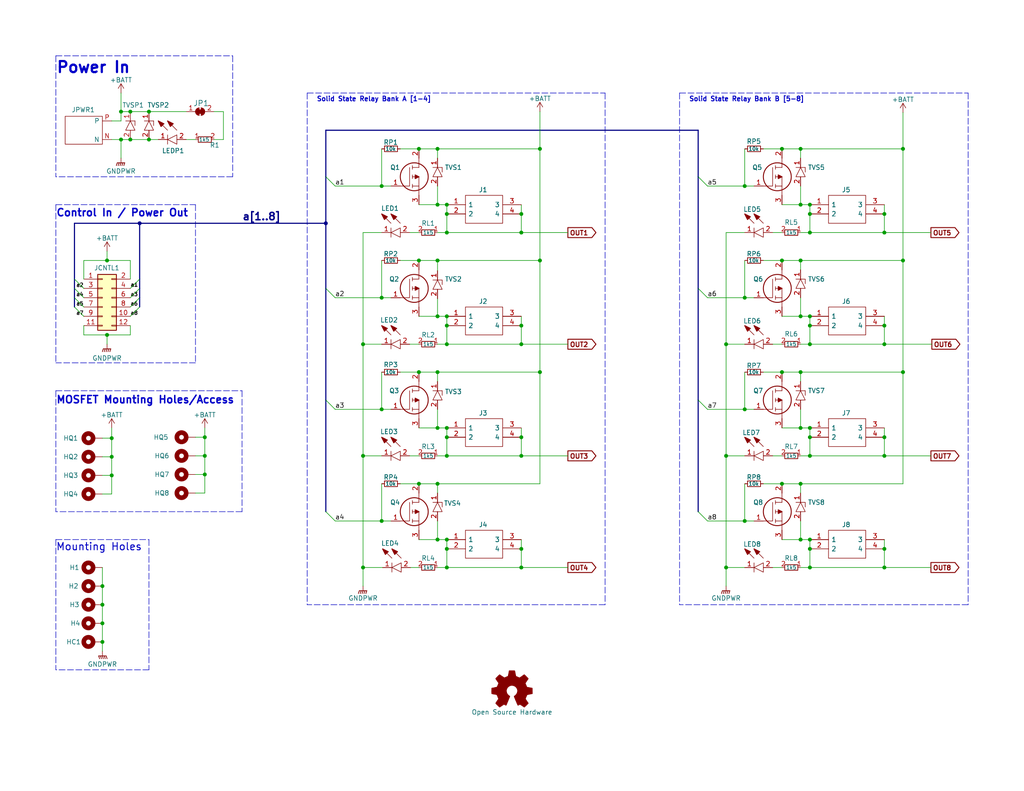
<source format=kicad_sch>
(kicad_sch (version 20211123) (generator eeschema)
  (paper "USLetter")
  (title_block (title "Solid State Relays 24V") (date "2022-07-13") (rev "0.0.10") (comment 2 "creativecommons.org/licenses/by/4.0/") (comment 3 "License: CC By 4.0") (comment 4 "Author: Michael Cummings"))
  (lib_symbols
    (symbol "Connector_Generic:Conn_02x06_Odd_Even" (pin_names (offset 1.016) hide)
      (property "Reference" "JCNTL1" (at -2.286 8.128 0))
      (symbol "Conn_02x06_Odd_Even_1_1"
        (pin power_in line (at -5.08 5.08 0) (length 3.81) (name "Pin_1") (number "1"))
        (pin open_collector line (at 7.62 -5.08 180) (length 3.81) (name "Pin_10") (number "10"))
        (pin power_in line (at -5.08 -7.62 0) (length 3.81) (name "Pin_11") (number "11"))
        (pin power_in line (at 7.62 -7.62 180) (length 3.81) (name "Pin_12") (number "12"))
        (pin power_in line (at 7.62 5.08 180) (length 3.81) (name "Pin_2") (number "2"))
        (pin open_collector line (at -5.08 2.54 0) (length 3.81) (name "Pin_3") (number "3"))
        (pin open_collector line (at 7.62 2.54 180) (length 3.81) (name "Pin_4") (number "4"))
        (pin open_collector line (at -5.08 0 0) (length 3.81) (name "Pin_5") (number "5"))
        (pin open_collector line (at 7.62 0 180) (length 3.81) (name "Pin_6") (number "6"))
        (pin open_collector line (at -5.08 -2.54 0) (length 3.81) (name "Pin_7") (number "7"))
        (pin open_collector line (at 7.62 -2.54 180) (length 3.81) (name "Pin_8") (number "8"))
        (pin open_collector line (at -5.08 -5.08 0) (length 3.81) (name "Pin_9") (number "9"))
      )
    )
    (symbol "Device:R_Small" (pin_numbers hide) (pin_names (offset 0.254) hide)
      (property "Reference" "R" (at 0.762 0.508 0))
      (property "Value" "R_Small" (at 0.762 -1.016 0))
      (symbol "R_Small_1_1"
        (pin passive line (at 0 2.54 270) (length 0.762) (name "~") (number "1"))
        (pin passive line (at 0 -2.54 90) (length 0.762) (name "~") (number "2"))
      )
    )
    (symbol "Graphic:Logo_Open_Hardware_Small" (pin_names (offset 1.016)))
    (symbol "Jumper:SolderJumper_2_Bridged" (pin_names (offset 0) hide)
      (property "Reference" "JP" (at 0 2.032 0))
      (property "Value" "SolderJumper_2_Bridged" (at 0 -2.54 0))
      (symbol "SolderJumper_2_Bridged_1_1"
        (pin passive line (at -3.81 0 0) (length 2.54) (name "A") (number "1"))
        (pin passive line (at 3.81 0 180) (length 2.54) (name "B") (number "2"))
      )
    )
    (symbol "Mechanical:MountingHole_Pad" (pin_numbers hide) (pin_names (offset 1.016) hide)
      (property "Reference" "H" (at 0 6.35 0))
      (property "Value" "MountingHole_Pad" (at 0 4.445 0))
      (symbol "MountingHole_Pad_1_1"
        (pin input line (at 0 -2.54 90) (length 2.54) (name "1") (number "1"))
      )
    )
    (symbol "dragon_mobile:1190297" (pin_names (offset 0.762))
      (property "Reference" "J" (at 5.08 6.35 0))
      (property "Value" "1190297" (at 5.08 3.81 0))
      (symbol "1190297_0_0"
        (pin passive line (at 0 0 0) (length 5.08) (name "1") (number "1"))
        (pin passive line (at 0 -2.54 0) (length 5.08) (name "2") (number "2"))
        (pin passive line (at 20.32 0 180) (length 5.08) (name "3") (number "3"))
        (pin passive line (at 20.32 -2.54 180) (length 5.08) (name "4") (number "4"))
      )
    )
    (symbol "dragon_mobile:IRF4905PBF" (pin_names (offset 0.762))
      (property "Reference" "Q" (at 11.43 3.81 0))
      (property "Value" "IRF4905PBF" (at 11.43 1.27 0))
      (symbol "IRF4905PBF_0_0"
        (pin passive line (at 0 0 0) (length 2.54) (name "~") (number "1"))
        (pin passive line (at 7.62 10.16 270) (length 2.54) (name "~") (number "2"))
        (pin passive line (at 7.62 -5.08 90) (length 2.54) (name "~") (number "3"))
      )
    )
    (symbol "dragon_mobile:LTST-C190KFKT" (pin_names (offset 0.762))
      (property "Reference" "LED" (at 0 7.62 0))
      (property "Value" "LTST-C190KFKT" (at 0 5.08 0))
      (symbol "LTST-C190KFKT_0_0"
        (pin passive line (at 0 0 0) (length 2.54) (name "~") (number "1"))
        (pin passive line (at 7.62 0 180) (length 2.54) (name "~") (number "2"))
      )
    )
    (symbol "dragon_mobile:LTST-C190KGKT" (pin_names (offset 0.762))
      (property "Reference" "LED" (at 0 7.62 0))
      (property "Value" "LTST-C190KGKT" (at 0 5.08 0))
      (symbol "LTST-C190KGKT_0_0"
        (pin passive line (at 0 0 0) (length 2.54) (name "~") (number "1"))
        (pin passive line (at 7.62 0 180) (length 2.54) (name "~") (number "2"))
      )
    )
    (symbol "dragon_mobile:SDR10EZPJ152" (pin_names (offset 0.762))
      (property "Reference" "R" (at 2.54 1.27 0))
      (property "Value" "SDR10EZPJ152" (at 2.54 -1.27 0))
      (symbol "SDR10EZPJ152_1_1"
        (pin passive line (at 0.762 2.032 270) (length 0.762) (name "~") (number "1"))
        (pin passive line (at 0.762 -3.048 90) (length 0.762) (name "~") (number "2"))
      )
    )
    (symbol "dragon_mobile:SM6T30AY" (pin_names (offset 0.762))
      (property "Reference" "D" (at 0 5.08 0))
      (property "Value" "SM6T30AY" (at 0 2.54 0))
      (symbol "SM6T30AY_0_0"
        (pin passive line (at 0 0 0) (length 2.54) (name "~") (number "1"))
        (pin passive line (at 7.62 0 180) (length 2.54) (name "~") (number "2"))
      )
    )
    (symbol "dragon_mobile:XT60PW-M" (pin_names (offset 0.762))
      (property "Reference" "J" (at -5.08 7.62 0))
      (symbol "XT60PW-M_0_0"
        (pin power_out line (at 7.62 -2.54 180) (length 2.54) (name "N") (number "N"))
        (pin power_out line (at 7.62 2.54 180) (length 2.54) (name "P") (number "P"))
      )
    )
    (symbol "power:+BATT" (power) (pin_names (offset 0))
      (property "Value" "+BATT" (at 0 3.556 0))
      (symbol "+BATT_1_1"
        (pin power_in line (at 0 0 90) (length 0) hide (name "+BATT") (number "1"))
      )
    )
    (symbol "power:GNDPWR" (power) (pin_names (offset 0))
      (property "Value" "GNDPWR" (at 0 -3.302 0))
      (symbol "GNDPWR_1_1"
        (pin power_in line (at 0 0 270) (length 0) hide (name "GNDPWR") (number "1"))
      )
    )
  )
  (junction (at 121.92 93.98))
  (junction (at 121.92 154.94))
  (junction (at 30.48 119.634))
  (junction (at 203.2 142.24))
  (junction (at 121.92 116.84))
  (junction (at 114.3 132.08))
  (junction (at 220.98 116.84))
  (junction (at 246.38 40.64))
  (junction (at 119.38 55.88))
  (junction (at 121.92 124.46))
  (junction (at 241.3 88.9))
  (junction (at 241.3 93.98))
  (junction (at 40.64 38.1))
  (junction (at 121.92 55.88))
  (junction (at 119.38 86.36))
  (junction (at 121.92 58.42))
  (junction (at 218.44 55.88))
  (junction (at 119.38 40.64))
  (junction (at 218.44 147.32))
  (junction (at 119.38 147.32))
  (junction (at 29.21 71.12))
  (junction (at 119.38 71.12))
  (junction (at 104.14 50.8))
  (junction (at 33.02 38.1))
  (junction (at 220.98 119.38))
  (junction (at 33.02 30.48))
  (junction (at 218.44 101.6))
  (junction (at 30.48 124.714))
  (junction (at 203.2 50.8))
  (junction (at 220.98 88.9))
  (junction (at 203.2 81.28))
  (junction (at 198.12 154.94))
  (junction (at 27.94 170.18))
  (junction (at 220.98 58.42))
  (junction (at 213.36 40.64))
  (junction (at 121.92 63.5))
  (junction (at 121.92 86.36))
  (junction (at 241.3 124.46))
  (junction (at 218.44 132.08))
  (junction (at 220.98 55.88))
  (junction (at 142.24 124.46))
  (junction (at 147.32 101.6))
  (junction (at 142.24 93.98))
  (junction (at 147.32 40.64))
  (junction (at 119.38 116.84))
  (junction (at 142.24 149.86))
  (junction (at 220.98 63.5))
  (junction (at 213.36 71.12))
  (junction (at 198.12 93.98))
  (junction (at 99.06 154.94))
  (junction (at 246.38 71.12))
  (junction (at 119.38 101.6))
  (junction (at 99.06 93.98))
  (junction (at 27.94 165.1))
  (junction (at 241.3 63.5))
  (junction (at 142.24 88.9))
  (junction (at 218.44 71.12))
  (junction (at 220.98 124.46))
  (junction (at 114.3 40.64))
  (junction (at 220.98 149.86))
  (junction (at 38.1 60.96))
  (junction (at 213.36 101.6))
  (junction (at 142.24 154.94))
  (junction (at 114.3 71.12))
  (junction (at 121.92 149.86))
  (junction (at 121.92 88.9))
  (junction (at 213.36 132.08))
  (junction (at 35.56 30.48))
  (junction (at 241.3 154.94))
  (junction (at 35.56 38.1))
  (junction (at 29.21 91.44))
  (junction (at 121.92 119.38))
  (junction (at 55.88 119.38))
  (junction (at 104.14 111.76))
  (junction (at 147.32 71.12))
  (junction (at 241.3 58.42))
  (junction (at 40.64 30.48))
  (junction (at 104.14 81.28))
  (junction (at 121.92 147.32))
  (junction (at 241.3 119.38))
  (junction (at 241.3 149.86))
  (junction (at 55.88 129.54))
  (junction (at 198.12 124.46))
  (junction (at 88.9 60.96))
  (junction (at 203.2 111.76))
  (junction (at 246.38 101.6))
  (junction (at 218.44 86.36))
  (junction (at 114.3 101.6))
  (junction (at 142.24 119.38))
  (junction (at 220.98 147.32))
  (junction (at 142.24 58.42))
  (junction (at 142.24 63.5))
  (junction (at 99.06 124.46))
  (junction (at 119.38 132.08))
  (junction (at 55.88 124.46))
  (junction (at 30.48 129.794))
  (junction (at 104.14 142.24))
  (junction (at 27.94 175.26))
  (junction (at 220.98 86.36))
  (junction (at 220.98 93.98))
  (junction (at 218.44 116.84))
  (junction (at 220.98 154.94))
  (junction (at 27.94 160.02))
  (junction (at 218.44 40.64))
  (bus_entry (at 91.44 50.8) (size -2.54 -2.54))
  (bus_entry (at 91.44 81.28) (size -2.54 -2.54))
  (bus_entry (at 91.44 111.76) (size -2.54 -2.54))
  (bus_entry (at 91.44 142.24) (size -2.54 -2.54))
  (bus_entry (at 20.32 83.82) (size 2.54 2.54))
  (bus_entry (at 20.32 78.74) (size 2.54 2.54))
  (bus_entry (at 20.32 81.28) (size 2.54 2.54))
  (bus_entry (at 20.32 76.2) (size 2.54 2.54))
  (bus_entry (at 35.56 78.74) (size 2.54 -2.54))
  (bus_entry (at 35.56 86.36) (size 2.54 -2.54))
  (bus_entry (at 35.56 81.28) (size 2.54 -2.54))
  (bus_entry (at 35.56 83.82) (size 2.54 -2.54))
  (bus_entry (at 193.04 50.8) (size -2.54 -2.54))
  (bus_entry (at 193.04 142.24) (size -2.54 -2.54))
  (bus_entry (at 193.04 111.76) (size -2.54 -2.54))
  (bus_entry (at 193.04 81.28) (size -2.54 -2.54))
  (wire (pts (xy 121.92 63.5) (xy 121.92 58.42)))
  (wire (pts (xy 30.48 119.634) (xy 27.94 119.634)))
  (wire (pts (xy 142.24 58.42) (xy 142.24 63.5)))
  (wire (pts (xy 119.38 40.64) (xy 147.32 40.64)))
  (wire (pts (xy 104.14 93.98) (xy 99.06 93.98)))
  (wire (pts (xy 218.44 40.64) (xy 218.44 43.18)))
  (wire (pts (xy 203.2 132.08) (xy 203.2 142.24)))
  (polyline (pts (xy 15.24 147.32) (xy 40.64 147.32)))
  (wire (pts (xy 203.2 50.8) (xy 205.74 50.8)))
  (wire (pts (xy 119.38 111.76) (xy 119.38 116.84)))
  (wire (pts (xy 121.92 124.46) (xy 119.38 124.46)))
  (wire (pts (xy 154.94 154.94) (xy 142.24 154.94)))
  (polyline (pts (xy 15.24 106.68) (xy 15.24 139.7)))
  (bus (pts (xy 38.1 81.28) (xy 38.1 83.82)))
  (wire (pts (xy 99.06 154.94) (xy 99.06 160.02)))
  (wire (pts (xy 119.38 55.88) (xy 114.3 55.88)))
  (wire (pts (xy 213.36 86.36) (xy 218.44 86.36)))
  (wire (pts (xy 58.42 38.1) (xy 60.96 38.1)))
  (wire (pts (xy 218.44 116.84) (xy 213.36 116.84)))
  (wire (pts (xy 198.12 93.98) (xy 198.12 124.46)))
  (polyline (pts (xy 66.04 106.68) (xy 66.04 139.7)))
  (wire (pts (xy 218.44 132.08) (xy 218.44 134.62)))
  (bus (pts (xy 88.9 109.22) (xy 88.9 139.7)))
  (wire (pts (xy 198.12 154.94) (xy 198.12 160.02)))
  (polyline (pts (xy 83.82 25.4) (xy 83.82 165.1)))
  (wire (pts (xy 119.38 81.534) (xy 119.38 86.36)))
  (wire (pts (xy 241.3 93.98) (xy 220.98 93.98)))
  (wire (pts (xy 121.92 154.94) (xy 121.92 149.86)))
  (wire (pts (xy 246.38 101.6) (xy 246.38 132.08)))
  (bus (pts (xy 20.32 76.2) (xy 20.32 60.96)))
  (wire (pts (xy 142.24 149.86) (xy 142.24 154.94)))
  (wire (pts (xy 33.02 30.48) (xy 33.02 33.02)))
  (wire (pts (xy 193.04 50.8) (xy 203.2 50.8)))
  (polyline (pts (xy 63.5 15.24) (xy 63.5 48.26)))
  (wire (pts (xy 142.24 88.9) (xy 142.24 93.98)))
  (wire (pts (xy 218.44 132.08) (xy 246.38 132.08)))
  (wire (pts (xy 50.8 38.1) (xy 53.34 38.1)))
  (wire (pts (xy 142.24 124.46) (xy 121.92 124.46)))
  (wire (pts (xy 119.38 132.08) (xy 147.32 132.08)))
  (wire (pts (xy 114.3 40.64) (xy 119.38 40.64)))
  (wire (pts (xy 99.06 93.98) (xy 99.06 124.46)))
  (wire (pts (xy 218.44 111.76) (xy 218.44 116.84)))
  (wire (pts (xy 27.94 170.18) (xy 27.94 175.26)))
  (wire (pts (xy 104.14 101.6) (xy 104.14 111.76)))
  (wire (pts (xy 142.24 86.36) (xy 142.24 88.9)))
  (wire (pts (xy 33.02 30.48) (xy 35.56 30.48)))
  (wire (pts (xy 220.98 147.32) (xy 218.44 147.32)))
  (wire (pts (xy 121.92 86.36) (xy 121.92 88.9)))
  (wire (pts (xy 220.98 154.94) (xy 220.98 149.86)))
  (wire (pts (xy 114.3 132.08) (xy 119.38 132.08)))
  (wire (pts (xy 213.36 71.12) (xy 218.44 71.12)))
  (wire (pts (xy 246.38 71.12) (xy 246.38 101.6)))
  (wire (pts (xy 220.98 147.32) (xy 220.98 149.86)))
  (bus (pts (xy 20.32 60.96) (xy 38.1 60.96)))
  (wire (pts (xy 114.3 63.5) (xy 111.76 63.5)))
  (wire (pts (xy 55.88 119.38) (xy 53.34 119.38)))
  (wire (pts (xy 119.38 40.64) (xy 119.38 43.18)))
  (polyline (pts (xy 15.24 106.68) (xy 66.04 106.68)))
  (wire (pts (xy 142.24 55.88) (xy 142.24 58.42)))
  (wire (pts (xy 218.44 81.28) (xy 218.44 86.36)))
  (wire (pts (xy 109.22 71.12) (xy 114.3 71.12)))
  (wire (pts (xy 203.2 63.5) (xy 198.12 63.5)))
  (bus (pts (xy 38.1 60.96) (xy 88.9 60.96)))
  (wire (pts (xy 198.12 124.46) (xy 198.12 154.94)))
  (wire (pts (xy 29.21 68.58) (xy 29.21 71.12)))
  (wire (pts (xy 218.44 101.6) (xy 246.38 101.6)))
  (wire (pts (xy 218.44 50.8) (xy 218.44 55.88)))
  (polyline (pts (xy 264.16 25.4) (xy 264.16 165.1)))
  (wire (pts (xy 99.06 63.5) (xy 99.06 93.98)))
  (wire (pts (xy 193.04 81.28) (xy 203.2 81.28)))
  (wire (pts (xy 147.32 30.48) (xy 147.32 40.64)))
  (wire (pts (xy 208.28 71.12) (xy 213.36 71.12)))
  (wire (pts (xy 241.3 147.32) (xy 241.3 149.86)))
  (wire (pts (xy 40.64 38.1) (xy 43.18 38.1)))
  (wire (pts (xy 203.2 71.12) (xy 203.2 81.28)))
  (wire (pts (xy 218.44 142.24) (xy 218.44 147.32)))
  (wire (pts (xy 142.24 63.5) (xy 121.92 63.5)))
  (wire (pts (xy 35.56 71.12) (xy 29.21 71.12)))
  (wire (pts (xy 55.88 116.84) (xy 55.88 119.38)))
  (wire (pts (xy 241.3 88.9) (xy 241.3 93.98)))
  (polyline (pts (xy 66.04 139.7) (xy 15.24 139.7)))
  (wire (pts (xy 109.22 40.64) (xy 114.3 40.64)))
  (wire (pts (xy 99.06 124.46) (xy 99.06 154.94)))
  (polyline (pts (xy 15.24 15.24) (xy 15.24 48.26)))
  (wire (pts (xy 218.44 55.88) (xy 213.36 55.88)))
  (wire (pts (xy 218.44 71.12) (xy 218.44 73.66)))
  (wire (pts (xy 241.3 58.42) (xy 241.3 63.5)))
  (wire (pts (xy 60.96 38.1) (xy 60.96 30.48)))
  (polyline (pts (xy 165.1 165.1) (xy 83.82 165.1)))
  (wire (pts (xy 218.44 147.32) (xy 213.36 147.32)))
  (wire (pts (xy 33.02 38.1) (xy 35.56 38.1)))
  (wire (pts (xy 27.94 124.714) (xy 30.48 124.714)))
  (wire (pts (xy 203.2 101.6) (xy 203.2 111.76)))
  (bus (pts (xy 190.5 35.56) (xy 190.5 48.26)))
  (polyline (pts (xy 15.24 55.88) (xy 53.34 55.88)))
  (wire (pts (xy 254 63.5) (xy 241.3 63.5)))
  (wire (pts (xy 22.86 91.44) (xy 22.86 88.9)))
  (polyline (pts (xy 15.24 15.24) (xy 63.5 15.24)))
  (wire (pts (xy 33.02 33.02) (xy 30.48 33.02)))
  (wire (pts (xy 213.36 101.6) (xy 218.44 101.6)))
  (wire (pts (xy 119.38 50.8) (xy 119.38 55.88)))
  (wire (pts (xy 33.02 25.4) (xy 33.02 30.48)))
  (wire (pts (xy 121.92 55.88) (xy 119.38 55.88)))
  (wire (pts (xy 114.3 124.46) (xy 111.76 124.46)))
  (wire (pts (xy 241.3 124.46) (xy 220.98 124.46)))
  (polyline (pts (xy 53.34 99.06) (xy 15.24 99.06)))
  (bus (pts (xy 38.1 76.2) (xy 38.1 78.74)))
  (wire (pts (xy 30.48 116.84) (xy 30.48 119.634)))
  (bus (pts (xy 20.32 83.82) (xy 20.32 81.28)))
  (wire (pts (xy 220.98 154.94) (xy 218.44 154.94)))
  (polyline (pts (xy 53.34 55.88) (xy 53.34 99.06)))
  (wire (pts (xy 246.38 30.734) (xy 246.38 40.64)))
  (wire (pts (xy 121.92 93.98) (xy 119.38 93.98)))
  (wire (pts (xy 55.88 134.62) (xy 55.88 129.54)))
  (wire (pts (xy 114.3 71.12) (xy 119.38 71.12)))
  (wire (pts (xy 53.34 134.62) (xy 55.88 134.62)))
  (wire (pts (xy 55.88 124.46) (xy 55.88 119.38)))
  (wire (pts (xy 53.34 124.46) (xy 55.88 124.46)))
  (wire (pts (xy 246.38 71.12) (xy 246.38 40.64)))
  (wire (pts (xy 29.21 91.44) (xy 29.21 93.98)))
  (wire (pts (xy 198.12 63.5) (xy 198.12 93.98)))
  (polyline (pts (xy 185.42 25.4) (xy 264.16 25.4)))
  (polyline (pts (xy 63.5 48.26) (xy 15.24 48.26)))
  (wire (pts (xy 203.2 142.24) (xy 205.74 142.24)))
  (bus (pts (xy 190.5 109.22) (xy 190.5 139.7)))
  (wire (pts (xy 91.44 81.28) (xy 104.14 81.28)))
  (wire (pts (xy 91.44 111.76) (xy 104.14 111.76)))
  (wire (pts (xy 60.96 30.48) (xy 58.42 30.48)))
  (wire (pts (xy 147.32 71.12) (xy 147.32 101.6)))
  (wire (pts (xy 220.98 124.46) (xy 218.44 124.46)))
  (wire (pts (xy 220.98 55.88) (xy 218.44 55.88)))
  (wire (pts (xy 241.3 63.5) (xy 220.98 63.5)))
  (wire (pts (xy 29.21 91.44) (xy 22.86 91.44)))
  (wire (pts (xy 213.36 124.46) (xy 210.82 124.46)))
  (wire (pts (xy 35.56 88.9) (xy 35.56 91.44)))
  (wire (pts (xy 104.14 111.76) (xy 106.68 111.76)))
  (wire (pts (xy 241.3 116.84) (xy 241.3 119.38)))
  (wire (pts (xy 104.14 124.46) (xy 99.06 124.46)))
  (wire (pts (xy 121.92 147.32) (xy 119.38 147.32)))
  (polyline (pts (xy 165.1 25.4) (xy 165.1 165.1)))
  (wire (pts (xy 254 154.94) (xy 241.3 154.94)))
  (wire (pts (xy 121.92 147.32) (xy 121.92 149.86)))
  (wire (pts (xy 142.24 119.38) (xy 142.24 124.46)))
  (bus (pts (xy 88.9 35.56) (xy 190.5 35.56)))
  (wire (pts (xy 154.94 93.98) (xy 142.24 93.98)))
  (wire (pts (xy 213.36 93.98) (xy 210.82 93.98)))
  (wire (pts (xy 35.56 30.48) (xy 40.64 30.48)))
  (wire (pts (xy 121.92 124.46) (xy 121.92 119.38)))
  (wire (pts (xy 220.98 93.98) (xy 218.44 93.98)))
  (wire (pts (xy 30.48 129.794) (xy 30.48 124.714)))
  (wire (pts (xy 218.44 40.64) (xy 246.38 40.64)))
  (wire (pts (xy 109.22 132.08) (xy 114.3 132.08)))
  (bus (pts (xy 38.1 78.74) (xy 38.1 81.28)))
  (wire (pts (xy 121.92 55.88) (xy 121.92 58.42)))
  (wire (pts (xy 119.38 147.32) (xy 114.3 147.32)))
  (wire (pts (xy 119.38 101.6) (xy 119.38 104.14)))
  (wire (pts (xy 203.2 154.94) (xy 198.12 154.94)))
  (wire (pts (xy 35.56 76.2) (xy 35.56 71.12)))
  (wire (pts (xy 203.2 124.46) (xy 198.12 124.46)))
  (wire (pts (xy 119.38 116.84) (xy 114.3 116.84)))
  (wire (pts (xy 154.94 124.46) (xy 142.24 124.46)))
  (wire (pts (xy 114.3 101.6) (xy 119.38 101.6)))
  (wire (pts (xy 213.36 132.08) (xy 218.44 132.08)))
  (wire (pts (xy 220.98 116.84) (xy 218.44 116.84)))
  (wire (pts (xy 208.28 132.08) (xy 213.36 132.08)))
  (wire (pts (xy 30.48 124.714) (xy 30.48 119.634)))
  (wire (pts (xy 203.2 40.64) (xy 203.2 50.8)))
  (wire (pts (xy 55.88 129.54) (xy 55.88 124.46)))
  (bus (pts (xy 190.5 48.26) (xy 190.5 78.74)))
  (wire (pts (xy 220.98 93.98) (xy 220.98 88.9)))
  (wire (pts (xy 104.14 132.08) (xy 104.14 142.24)))
  (wire (pts (xy 218.44 101.6) (xy 218.44 104.14)))
  (wire (pts (xy 203.2 111.76) (xy 205.74 111.76)))
  (wire (pts (xy 220.98 55.88) (xy 220.98 58.42)))
  (wire (pts (xy 53.34 129.54) (xy 55.88 129.54)))
  (polyline (pts (xy 15.24 55.88) (xy 15.24 99.06)))
  (wire (pts (xy 121.92 86.36) (xy 119.38 86.36)))
  (wire (pts (xy 29.21 71.12) (xy 22.86 71.12)))
  (polyline (pts (xy 40.64 182.88) (xy 15.24 182.88)))
  (wire (pts (xy 27.94 129.794) (xy 30.48 129.794)))
  (wire (pts (xy 220.98 86.36) (xy 220.98 88.9)))
  (wire (pts (xy 220.98 63.5) (xy 218.44 63.5)))
  (wire (pts (xy 119.38 132.08) (xy 119.38 134.62)))
  (wire (pts (xy 121.92 116.84) (xy 119.38 116.84)))
  (wire (pts (xy 33.02 38.1) (xy 30.48 38.1)))
  (bus (pts (xy 88.9 48.26) (xy 88.9 60.96)))
  (wire (pts (xy 241.3 154.94) (xy 220.98 154.94)))
  (wire (pts (xy 254 124.46) (xy 241.3 124.46)))
  (bus (pts (xy 20.32 78.74) (xy 20.32 76.2)))
  (polyline (pts (xy 264.16 165.1) (xy 185.42 165.1)))
  (wire (pts (xy 121.92 63.5) (xy 119.38 63.5)))
  (wire (pts (xy 208.28 40.64) (xy 213.36 40.64)))
  (wire (pts (xy 104.14 71.12) (xy 104.14 81.28)))
  (wire (pts (xy 121.92 93.98) (xy 121.92 88.9)))
  (wire (pts (xy 109.22 101.6) (xy 114.3 101.6)))
  (wire (pts (xy 203.2 81.28) (xy 205.74 81.28)))
  (wire (pts (xy 104.14 40.64) (xy 104.14 50.8)))
  (polyline (pts (xy 15.24 147.32) (xy 15.24 182.88)))
  (wire (pts (xy 208.28 101.6) (xy 213.36 101.6)))
  (wire (pts (xy 241.3 119.38) (xy 241.3 124.46)))
  (wire (pts (xy 147.32 71.12) (xy 147.32 40.64)))
  (wire (pts (xy 119.38 101.6) (xy 147.32 101.6)))
  (polyline (pts (xy 40.64 147.32) (xy 40.64 182.88)))
  (bus (pts (xy 20.32 81.28) (xy 20.32 78.74)))
  (wire (pts (xy 154.94 63.5) (xy 142.24 63.5)))
  (polyline (pts (xy 83.82 25.4) (xy 165.1 25.4)))
  (wire (pts (xy 30.48 134.874) (xy 30.48 129.794)))
  (bus (pts (xy 190.5 78.74) (xy 190.5 109.22)))
  (bus (pts (xy 38.1 60.96) (xy 38.1 76.2)))
  (wire (pts (xy 27.94 165.1) (xy 27.94 170.18)))
  (wire (pts (xy 119.38 86.36) (xy 114.3 86.36)))
  (wire (pts (xy 27.94 134.874) (xy 30.48 134.874)))
  (wire (pts (xy 91.44 142.24) (xy 104.14 142.24)))
  (wire (pts (xy 142.24 116.84) (xy 142.24 119.38)))
  (wire (pts (xy 119.38 71.12) (xy 147.32 71.12)))
  (wire (pts (xy 27.94 175.26) (xy 27.94 177.8)))
  (wire (pts (xy 104.14 63.5) (xy 99.06 63.5)))
  (wire (pts (xy 193.04 142.24) (xy 203.2 142.24)))
  (wire (pts (xy 220.98 116.84) (xy 220.98 119.38)))
  (wire (pts (xy 213.36 63.5) (xy 210.82 63.5)))
  (bus (pts (xy 88.9 35.56) (xy 88.9 48.26)))
  (wire (pts (xy 27.94 154.94) (xy 27.94 160.02)))
  (polyline (pts (xy 185.42 25.4) (xy 185.42 165.1)))
  (wire (pts (xy 254.254 93.98) (xy 241.3 93.98)))
  (wire (pts (xy 241.3 55.88) (xy 241.3 58.42)))
  (wire (pts (xy 91.44 50.8) (xy 104.14 50.8)))
  (wire (pts (xy 119.38 154.94) (xy 121.92 154.94)))
  (wire (pts (xy 119.38 142.24) (xy 119.38 147.32)))
  (wire (pts (xy 203.2 93.98) (xy 198.12 93.98)))
  (wire (pts (xy 35.56 38.1) (xy 40.64 38.1)))
  (wire (pts (xy 220.98 124.46) (xy 220.98 119.38)))
  (bus (pts (xy 88.9 60.96) (xy 88.9 78.74)))
  (wire (pts (xy 147.32 101.6) (xy 147.32 132.08)))
  (wire (pts (xy 193.04 111.76) (xy 203.2 111.76)))
  (wire (pts (xy 104.394 154.94) (xy 99.06 154.94)))
  (wire (pts (xy 119.38 71.12) (xy 119.38 73.914)))
  (wire (pts (xy 33.02 43.18) (xy 33.02 38.1)))
  (wire (pts (xy 241.3 86.36) (xy 241.3 88.9)))
  (wire (pts (xy 22.86 71.12) (xy 22.86 76.2)))
  (wire (pts (xy 218.44 86.36) (xy 220.98 86.36)))
  (wire (pts (xy 27.94 160.02) (xy 27.94 165.1)))
  (wire (pts (xy 114.3 93.98) (xy 111.76 93.98)))
  (wire (pts (xy 220.98 63.5) (xy 220.98 58.42)))
  (wire (pts (xy 218.44 71.12) (xy 246.38 71.12)))
  (wire (pts (xy 40.64 30.48) (xy 50.8 30.48)))
  (wire (pts (xy 104.14 81.28) (xy 106.68 81.28)))
  (wire (pts (xy 121.92 116.84) (xy 121.92 119.38)))
  (wire (pts (xy 142.24 147.32) (xy 142.24 149.86)))
  (wire (pts (xy 104.14 142.24) (xy 106.68 142.24)))
  (wire (pts (xy 241.3 149.86) (xy 241.3 154.94)))
  (wire (pts (xy 104.14 50.8) (xy 106.68 50.8)))
  (wire (pts (xy 121.92 154.94) (xy 142.24 154.94)))
  (wire (pts (xy 142.24 93.98) (xy 121.92 93.98)))
  (bus (pts (xy 88.9 78.74) (xy 88.9 109.22)))
  (wire (pts (xy 35.56 91.44) (xy 29.21 91.44)))
  (wire (pts (xy 213.36 154.94) (xy 210.82 154.94)))
  (wire (pts (xy 213.36 40.64) (xy 218.44 40.64)))
  (wire (pts (xy 114.3 154.94) (xy 112.014 154.94)))
  (text "Control In / Power Out" (at 15.24 59.436 0) (effects (font (size 2 2) bold) (justify left bottom)))
  (text "Mounting Holes" (at 15.24 150.622 0) (effects (font (size 2 2) (thickness 0.254) bold) (justify left bottom)))
  (text "MOSFET Mounting Holes/Access" (at 15.24 110.49 0) (effects (font (size 2 2) bold) (justify left bottom)))
  (text "Solid State Relay Bank B [5-8]" (at 187.96 27.94 0) (effects (font (size 1.27 1.27) bold) (justify left bottom)))
  (text "Solid State Relay Bank A [1-4]" (at 86.36 27.94 0) (effects (font (size 1.27 1.27) bold) (justify left bottom)))
  (text "Power In" (at 15.24 20.32 0) (effects (font (size 3 3) bold) (justify left bottom)))
  (label "a8" (at 35.56 86.36 0) (effects (font (size 1 1) (thickness 0.2) bold)))
  (label "a1" (at 35.56 78.74 0) (effects (font (size 1 1) (thickness 0.254) bold)))
  (label "a7" (at 22.86 86.36 180) (effects (font (size 1 1) (thickness 0.2) bold)))
  (label "a5" (at 22.86 83.82 180) (effects (font (size 1 1) (thickness 0.2) bold)))
  (label "a[1..8]" (at 66.04 60.96 0) (effects (font (size 2 2) bold)))
  (label "a8" (at 193.04 142.24 0))
  (label "a6" (at 193.04 81.28 0))
  (label "a4" (at 22.86 81.28 180) (effects (font (size 1 1) (thickness 0.2) bold)))
  (label "a2" (at 22.86 78.74 180) (effects (font (size 1 1) (thickness 0.2) bold)))
  (label "a2" (at 91.44 81.28 0))
  (label "a1" (at 91.44 50.8 0))
  (label "a5" (at 193.04 50.8 0))
  (label "a7" (at 193.04 111.76 0))
  (label "a6" (at 35.56 83.82 0) (effects (font (size 1 1) (thickness 0.2) bold)))
  (label "a3" (at 35.56 81.28 0) (effects (font (size 1 1) (thickness 0.2) bold)))
  (label "a4" (at 91.44 142.24 0))
  (label "a3" (at 91.44 111.76 0))
  (global_label "OUT2" (shape output) (at 154.94 93.98 0) (effects (font (thickness 0.254) bold)) (property "Intersheet References" "${INTERSHEET_REFS}" (effects hide)))
  (global_label "OUT1" (shape output) (at 154.94 63.5 0) (effects (font (thickness 0.254) bold)) (property "Intersheet References" "${INTERSHEET_REFS}" (effects hide)))
  (global_label "OUT5" (shape output) (at 254 63.5 0) (effects (font (thickness 0.254) bold)) (property "Intersheet References" "${INTERSHEET_REFS}" (effects hide)))
  (global_label "OUT4" (shape output) (at 154.94 154.94 0) (effects (font (thickness 0.254) bold)) (property "Intersheet References" "${INTERSHEET_REFS}" (effects hide)))
  (global_label "OUT6" (shape output) (at 254.254 93.98 0) (effects (font (thickness 0.254) bold)) (property "Intersheet References" "${INTERSHEET_REFS}" (effects hide)))
  (global_label "OUT3" (shape output) (at 154.94 124.46 0) (effects (font (thickness 0.254) bold)) (property "Intersheet References" "${INTERSHEET_REFS}" (effects hide)))
  (global_label "OUT7" (shape output) (at 254 124.46 0) (effects (font (thickness 0.254) bold)) (property "Intersheet References" "${INTERSHEET_REFS}" (effects hide)))
  (global_label "OUT8" (shape output) (at 254 154.94 0) (effects (font (thickness 0.254) bold)) (property "Intersheet References" "${INTERSHEET_REFS}" (effects hide)))
  (symbol (lib_id "power:+BATT") (at 33.02 25.4 0) (unit 1)
    (property "Reference" "#PWR02" (effects hide))
    (property "Value" "+BATT" (at 33.02 21.844 0))
  )
  (symbol (lib_id "Device:R_Small") (at 106.68 132.08 90) (unit 1)
    (property "Reference" "RP4" (at 104.648 130.302 90) (effects (justify right)))
    (property "Value" "10k" (at 105.156 132.08 90) (effects (font (size 1 1)) (justify right)))
    (property "Footprint" "dragon_mobile:RESC2012X65N" (effects hide))
  )
  (symbol (lib_id "dragon_mobile:SM6T30AY") (at 218.44 134.62 270) (unit 1)
    (property "Reference" "TVS8" (at 222.758 137.16 90))
    (property "Value" "SM6T30AY" (effects hide))
    (property "Footprint" "dragon_mobile:SMBJ36CATR" (effects hide))
    (property "Datasheet" "https://datasheet.datasheetarchive.com/originals/distributors/Datasheets-DGA26/1845923.pdf" (effects hide))
    (property "Description" "STMicroelectronics SM6T15AY Uni-Directional TVS Diode, 600W peak, 2-Pin DO-214AA" (effects hide))
    (property "Height" "2.65" (effects hide))
    (property "Mouser Part Number" "511-SM6T30AY" (effects hide))
    (property "Mouser Price/Stock" "https://www.mouser.com/ProductDetail/STMicroelectronics/SM6T30AY?qs=94V4QatVK%252BenipaHouN2sw%3D%3D" (effects hide))
    (property "Manufacturer_Name" "STMicroelectronics" (effects hide))
    (property "Manufacturer_Part_Number" "SM6T30AY" (effects hide))
  )
  (symbol (lib_id "dragon_mobile:IRF4905PBF") (at 106.68 111.76 0) (unit 1)
    (property "Reference" "Q3" (at 106.172 106.68 0) (effects (justify left)))
    (property "Value" "IRF4905PBF" (effects hide))
    (property "Footprint" "dragon_mobile:TO254P469X1042X1967-3P" (effects hide))
    (property "Datasheet" "https://datasheet.datasheetarchive.com/originals/distributors/Datasheets_SAMA/e52aa5f51fe2980ce3912b85b4d53dd4.pdf" (effects hide))
    (property "Description" "P-channel MOSFET,IRF4905 64A 55V" (effects hide))
    (property "Height" "4.69" (effects hide))
    (property "Mouser Part Number" "942-IRF4905PBF" (effects hide))
    (property "Mouser Price/Stock" "https://www.mouser.com/ProductDetail/Infineon-IR/IRF4905PBF?qs=9%252BKlkBgLFf39l0HsWdxvdw%3D%3D" (effects hide))
    (property "Manufacturer_Name" "Infineon" (effects hide))
    (property "Manufacturer_Part_Number" "IRF4905PBF" (effects hide))
  )
  (symbol (lib_id "dragon_mobile:1190297") (at 220.98 86.36 0) (unit 1)
    (property "Reference" "J6" (at 230.886 82.296 0))
    (property "Value" "1190297" (effects hide))
    (property "Footprint" "dragon_mobile:1190297" (effects hide))
    (property "Datasheet" "https://www.phoenixcontact.com/online/portal/ae?uri=pxc-oc-itemdetail:pid=1190297&library=aeen&tab=1" (effects hide))
    (property "Description" "2 Position Wire to Board Terminal Block Horizontal with Board 0.197\" (5.00mm) Through Hole" (effects hide))
    (property "Height" "16.64" (effects hide))
    (property "Mouser Part Number" "651-1190297" (effects hide))
    (property "Mouser Price/Stock" "https://www.mouser.com/ProductDetail/Phoenix-Contact/1190297?qs=QNEnbhJQKvaBinyAO%252BdsFA%3D%3D" (effects hide))
    (property "Manufacturer_Name" "Phoenix Contact" (effects hide))
    (property "Manufacturer_Part_Number" "1190297" (effects hide))
  )
  (symbol (lib_id "dragon_mobile:1190297") (at 220.98 116.84 0) (unit 1)
    (property "Reference" "J7" (at 230.886 112.776 0))
    (property "Value" "1190297" (effects hide))
    (property "Footprint" "dragon_mobile:1190297" (effects hide))
    (property "Datasheet" "https://www.phoenixcontact.com/online/portal/ae?uri=pxc-oc-itemdetail:pid=1190297&library=aeen&tab=1" (effects hide))
    (property "Description" "2 Position Wire to Board Terminal Block Horizontal with Board 0.197\" (5.00mm) Through Hole" (effects hide))
    (property "Height" "16.64" (effects hide))
    (property "Mouser Part Number" "651-1190297" (effects hide))
    (property "Mouser Price/Stock" "https://www.mouser.com/ProductDetail/Phoenix-Contact/1190297?qs=QNEnbhJQKvaBinyAO%252BdsFA%3D%3D" (effects hide))
    (property "Manufacturer_Name" "Phoenix Contact" (effects hide))
    (property "Manufacturer_Part_Number" "1190297" (effects hide))
  )
  (symbol (lib_id "dragon_mobile:SM6T30AY") (at 40.64 30.48 270) (unit 1)
    (property "Reference" "TVSP2" (at 43.18 28.702 90))
    (property "Value" "SM6T30AY" (effects hide))
    (property "Footprint" "dragon_mobile:SMBJ36CATR" (effects hide))
    (property "Datasheet" "https://datasheet.datasheetarchive.com/originals/distributors/Datasheets-DGA26/1845923.pdf" (effects hide))
    (property "Description" "STMicroelectronics SM6T15AY Uni-Directional TVS Diode, 600W peak, 2-Pin DO-214AA" (effects hide))
    (property "Height" "2.65" (effects hide))
    (property "Mouser Part Number" "511-SM6T30AY" (effects hide))
    (property "Mouser Price/Stock" "https://www.mouser.com/ProductDetail/STMicroelectronics/SM6T30AY?qs=94V4QatVK%252BenipaHouN2sw%3D%3D" (effects hide))
    (property "Manufacturer_Name" "STMicroelectronics" (effects hide))
    (property "Manufacturer_Part_Number" "SM6T30AY" (effects hide))
  )
  (symbol (lib_id "Mechanical:MountingHole_Pad") (at 25.4 129.794 90) (mirror x) (unit 1) (in_bom no)
    (property "Reference" "HQ3" (at 19.304 129.794 90))
    (property "Value" "HeatsinkHole" (effects hide))
    (property "Footprint" "MountingHole:MountingHole_3.2mm_M3_Pad_Via" (effects hide))
  )
  (symbol (lib_id "dragon_mobile:IRF4905PBF") (at 106.68 50.8 0) (unit 1)
    (property "Reference" "Q1" (at 106.426 45.72 0) (effects (justify left)))
    (property "Value" "IRF4905PBF" (effects hide))
    (property "Footprint" "dragon_mobile:TO254P469X1042X1967-3P" (effects hide))
    (property "Datasheet" "https://datasheet.datasheetarchive.com/originals/distributors/Datasheets_SAMA/e52aa5f51fe2980ce3912b85b4d53dd4.pdf" (effects hide))
    (property "Description" "P-channel MOSFET,IRF4905 64A 55V" (effects hide))
    (property "Height" "4.69" (effects hide))
    (property "Mouser Part Number" "942-IRF4905PBF" (effects hide))
    (property "Mouser Price/Stock" "https://www.mouser.com/ProductDetail/Infineon-IR/IRF4905PBF?qs=9%252BKlkBgLFf39l0HsWdxvdw%3D%3D" (effects hide))
    (property "Manufacturer_Name" "Infineon" (effects hide))
    (property "Manufacturer_Part_Number" "IRF4905PBF" (effects hide))
  )
  (symbol (lib_id "Mechanical:MountingHole_Pad") (at 25.4 134.874 90) (mirror x) (unit 1) (in_bom no)
    (property "Reference" "HQ4" (at 19.304 134.874 90))
    (property "Value" "HeatsinkHole" (effects hide))
    (property "Footprint" "MountingHole:MountingHole_3.2mm_M3_Pad_Via" (effects hide))
  )
  (symbol (lib_id "dragon_mobile:SDR10EZPJ152") (at 117.348 94.742 270) (mirror x) (unit 1)
    (property "Reference" "RL2" (at 116.84 91.44 90))
    (property "Value" "1k5" (at 116.84 93.98 90) (effects (font (size 1 1))))
    (property "Footprint" "dragon_mobile:RESC2012X65N" (effects hide))
    (property "Datasheet" "https://fscdn.rohm.com/en/products/databook/datasheet/passive/resistor/chip_resistor/sdr-e.pdf" (effects hide))
    (property "Description" "Thick Film Resistors - SMD" (effects hide))
    (property "Height" "0.65" (effects hide))
    (property "Manufacturer_Name" "ROHM Semiconductor" (effects hide))
    (property "Manufacturer_Part_Number" "SDR10EZPJ152" (effects hide))
    (property "Mouser Part Number" "755-SDR10EZPJ152" (effects hide))
    (property "Mouser Price/Stock" "https://www.mouser.com/ProductDetail/ROHM-Semiconductor/SDR10EZPJ152?qs=MyNHzdoqoQKBvqImLWLCnQ%3D%3D" (effects hide))
  )
  (symbol (lib_id "Device:R_Small") (at 205.74 40.64 90) (unit 1)
    (property "Reference" "RP5" (at 203.708 38.608 90) (effects (justify right)))
    (property "Value" "10k" (at 204.216 40.64 90) (effects (font (size 1 1)) (justify right)))
    (property "Footprint" "dragon_mobile:RESC2012X65N" (effects hide))
  )
  (symbol (lib_id "dragon_mobile:IRF4905PBF") (at 205.74 50.8 0) (unit 1)
    (property "Reference" "Q5" (at 205.232 45.72 0) (effects (justify left)))
    (property "Value" "IRF4905PBF" (effects hide))
    (property "Footprint" "dragon_mobile:TO254P469X1042X1967-3P" (effects hide))
    (property "Datasheet" "https://datasheet.datasheetarchive.com/originals/distributors/Datasheets_SAMA/e52aa5f51fe2980ce3912b85b4d53dd4.pdf" (effects hide))
    (property "Description" "P-channel MOSFET,IRF4905 64A 55V" (effects hide))
    (property "Height" "4.69" (effects hide))
    (property "Mouser Part Number" "942-IRF4905PBF" (effects hide))
    (property "Mouser Price/Stock" "https://www.mouser.com/ProductDetail/Infineon-IR/IRF4905PBF?qs=9%252BKlkBgLFf39l0HsWdxvdw%3D%3D" (effects hide))
    (property "Manufacturer_Name" "Infineon" (effects hide))
    (property "Manufacturer_Part_Number" "IRF4905PBF" (effects hide))
  )
  (symbol (lib_id "dragon_mobile:LTST-C190KFKT") (at 104.14 124.46 0) (unit 1)
    (property "Reference" "LED3" (at 106.172 117.856 0))
    (property "Value" "LTST-C190KFKT" (effects hide))
    (property "Footprint" "dragon_mobile:LEDC1607X80N" (effects hide))
    (property "Datasheet" "https://datasheet.datasheetarchive.com/originals/distributors/Datasheets-305/79294.pdf" (effects hide))
    (property "Description" "LED,SMD,0603,Orange,60mcd,130deg Lite-On LTST-C190KFKT Orange LED, 605 nm, 1608 (0603), Rectangle Lens SMD Package" (effects hide))
    (property "Height" "0.8" (effects hide))
    (property "Mouser Part Number" "859-LTST-C190KFKT" (effects hide))
    (property "Mouser Price/Stock" "https://www.mouser.com/ProductDetail/Lite-On/LTST-C190KFKT?qs=6QHXI9jVcTyVErVIqD1vhg%3D%3D" (effects hide))
    (property "Manufacturer_Name" "Lite-On" (effects hide))
    (property "Manufacturer_Part_Number" "LTST-C190KFKT" (effects hide))
  )
  (symbol (lib_id "power:GNDPWR") (at 198.12 160.02 0) (unit 1)
    (property "Reference" "#PWR0107" (effects hide))
    (property "Value" "GNDPWR" (at 198.12 163.322 0))
  )
  (symbol (lib_id "dragon_mobile:IRF4905PBF") (at 205.74 111.76 0) (unit 1)
    (property "Reference" "Q7" (at 205.486 106.68 0) (effects (justify left)))
    (property "Value" "IRF4905PBF" (effects hide))
    (property "Footprint" "dragon_mobile:TO254P469X1042X1967-3P" (effects hide))
    (property "Datasheet" "https://datasheet.datasheetarchive.com/originals/distributors/Datasheets_SAMA/e52aa5f51fe2980ce3912b85b4d53dd4.pdf" (effects hide))
    (property "Description" "P-channel MOSFET,IRF4905 64A 55V" (effects hide))
    (property "Height" "4.69" (effects hide))
    (property "Mouser Part Number" "942-IRF4905PBF" (effects hide))
    (property "Mouser Price/Stock" "https://www.mouser.com/ProductDetail/Infineon-IR/IRF4905PBF?qs=9%252BKlkBgLFf39l0HsWdxvdw%3D%3D" (effects hide))
    (property "Manufacturer_Name" "Infineon" (effects hide))
    (property "Manufacturer_Part_Number" "IRF4905PBF" (effects hide))
  )
  (symbol (lib_id "dragon_mobile:IRF4905PBF") (at 106.68 81.28 0) (unit 1)
    (property "Reference" "Q2" (at 106.172 76.2 0) (effects (justify left)))
    (property "Value" "IRF4905PBF" (effects hide))
    (property "Footprint" "dragon_mobile:TO254P469X1042X1967-3P" (effects hide))
    (property "Datasheet" "https://datasheet.datasheetarchive.com/originals/distributors/Datasheets_SAMA/e52aa5f51fe2980ce3912b85b4d53dd4.pdf" (effects hide))
    (property "Description" "P-channel MOSFET,IRF4905 64A 55V" (effects hide))
    (property "Height" "4.69" (effects hide))
    (property "Mouser Part Number" "942-IRF4905PBF" (effects hide))
    (property "Mouser Price/Stock" "https://www.mouser.com/ProductDetail/Infineon-IR/IRF4905PBF?qs=9%252BKlkBgLFf39l0HsWdxvdw%3D%3D" (effects hide))
    (property "Manufacturer_Name" "Infineon" (effects hide))
    (property "Manufacturer_Part_Number" "IRF4905PBF" (effects hide))
  )
  (symbol (lib_id "dragon_mobile:1190297") (at 121.92 86.36 0) (unit 1)
    (property "Reference" "J2" (at 131.826 82.296 0))
    (property "Value" "1190297" (effects hide))
    (property "Footprint" "dragon_mobile:1190297" (effects hide))
    (property "Datasheet" "https://www.phoenixcontact.com/online/portal/ae?uri=pxc-oc-itemdetail:pid=1190297&library=aeen&tab=1" (effects hide))
    (property "Description" "2 Position Wire to Board Terminal Block Horizontal with Board 0.197\" (5.00mm) Through Hole" (effects hide))
    (property "Height" "16.64" (effects hide))
    (property "Mouser Part Number" "651-1190297" (effects hide))
    (property "Mouser Price/Stock" "https://www.mouser.com/ProductDetail/Phoenix-Contact/1190297?qs=QNEnbhJQKvaBinyAO%252BdsFA%3D%3D" (effects hide))
    (property "Manufacturer_Name" "Phoenix Contact" (effects hide))
    (property "Manufacturer_Part_Number" "1190297" (effects hide))
  )
  (symbol (lib_id "Mechanical:MountingHole_Pad") (at 25.4 124.714 90) (mirror x) (unit 1) (in_bom no)
    (property "Reference" "HQ2" (at 19.304 124.714 90))
    (property "Value" "HeatsinkHole" (effects hide))
    (property "Footprint" "MountingHole:MountingHole_3.2mm_M3_Pad_Via" (effects hide))
  )
  (symbol (lib_id "Mechanical:MountingHole_Pad") (at 25.4 170.18 90) (mirror x) (unit 1) (in_bom no)
    (property "Reference" "H4" (at 20.574 170.18 90))
    (property "Value" "MountingHole" (effects hide))
    (property "Footprint" "MountingHole:MountingHole_3.2mm_M3_Pad_Via" (effects hide))
  )
  (symbol (lib_id "dragon_mobile:IRF4905PBF") (at 205.74 81.28 0) (unit 1)
    (property "Reference" "Q6" (at 205.486 76.2 0) (effects (justify left)))
    (property "Value" "IRF4905PBF" (effects hide))
    (property "Footprint" "dragon_mobile:TO254P469X1042X1967-3P" (effects hide))
    (property "Datasheet" "https://datasheet.datasheetarchive.com/originals/distributors/Datasheets_SAMA/e52aa5f51fe2980ce3912b85b4d53dd4.pdf" (effects hide))
    (property "Description" "P-channel MOSFET,IRF4905 64A 55V" (effects hide))
    (property "Height" "4.69" (effects hide))
    (property "Mouser Part Number" "942-IRF4905PBF" (effects hide))
    (property "Mouser Price/Stock" "https://www.mouser.com/ProductDetail/Infineon-IR/IRF4905PBF?qs=9%252BKlkBgLFf39l0HsWdxvdw%3D%3D" (effects hide))
    (property "Manufacturer_Name" "Infineon" (effects hide))
    (property "Manufacturer_Part_Number" "IRF4905PBF" (effects hide))
  )
  (symbol (lib_id "Device:R_Small") (at 106.68 101.6 90) (unit 1)
    (property "Reference" "RP3" (at 104.648 99.568 90) (effects (justify right)))
    (property "Value" "10k" (at 105.156 101.6 90) (effects (font (size 1 1)) (justify right)))
    (property "Footprint" "dragon_mobile:RESC2012X65N" (effects hide))
  )
  (symbol (lib_id "dragon_mobile:LTST-C190KFKT") (at 104.14 93.98 0) (unit 1)
    (property "Reference" "LED2" (at 106.172 87.376 0))
    (property "Value" "LTST-C190KFKT" (effects hide))
    (property "Footprint" "dragon_mobile:LEDC1607X80N" (effects hide))
    (property "Datasheet" "https://datasheet.datasheetarchive.com/originals/distributors/Datasheets-305/79294.pdf" (effects hide))
    (property "Description" "LED,SMD,0603,Orange,60mcd,130deg Lite-On LTST-C190KFKT Orange LED, 605 nm, 1608 (0603), Rectangle Lens SMD Package" (effects hide))
    (property "Height" "0.8" (effects hide))
    (property "Mouser Part Number" "859-LTST-C190KFKT" (effects hide))
    (property "Mouser Price/Stock" "https://www.mouser.com/ProductDetail/Lite-On/LTST-C190KFKT?qs=6QHXI9jVcTyVErVIqD1vhg%3D%3D" (effects hide))
    (property "Manufacturer_Name" "Lite-On" (effects hide))
    (property "Manufacturer_Part_Number" "LTST-C190KFKT" (effects hide))
  )
  (symbol (lib_id "Mechanical:MountingHole_Pad") (at 25.4 154.94 90) (mirror x) (unit 1) (in_bom no)
    (property "Reference" "H1" (at 20.32 154.94 90))
    (property "Value" "MountingHole" (effects hide))
    (property "Footprint" "MountingHole:MountingHole_3.2mm_M3_Pad_Via" (effects hide))
  )
  (symbol (lib_id "Device:R_Small") (at 205.74 101.6 90) (unit 1)
    (property "Reference" "RP7" (at 203.708 99.822 90) (effects (justify right)))
    (property "Value" "10k" (at 204.216 101.6 90) (effects (font (size 1 1)) (justify right)))
    (property "Footprint" "dragon_mobile:RESC2012X65N" (effects hide))
  )
  (symbol (lib_id "dragon_mobile:SM6T30AY") (at 35.56 30.48 270) (unit 1)
    (property "Reference" "TVSP1" (at 36.322 28.702 90))
    (property "Value" "SM6T30AY" (effects hide))
    (property "Footprint" "dragon_mobile:SMBJ36CATR" (effects hide))
    (property "Datasheet" "https://datasheet.datasheetarchive.com/originals/distributors/Datasheets-DGA26/1845923.pdf" (effects hide))
    (property "Description" "STMicroelectronics SM6T15AY Uni-Directional TVS Diode, 600W peak, 2-Pin DO-214AA" (effects hide))
    (property "Height" "2.65" (effects hide))
    (property "Mouser Part Number" "511-SM6T30AY" (effects hide))
    (property "Mouser Price/Stock" "https://www.mouser.com/ProductDetail/STMicroelectronics/SM6T30AY?qs=94V4QatVK%252BenipaHouN2sw%3D%3D" (effects hide))
    (property "Manufacturer_Name" "STMicroelectronics" (effects hide))
    (property "Manufacturer_Part_Number" "SM6T30AY" (effects hide))
  )
  (symbol (lib_id "Device:R_Small") (at 205.74 71.12 90) (unit 1)
    (property "Reference" "RP6" (at 203.708 69.342 90) (effects (justify right)))
    (property "Value" "10k" (at 204.216 71.12 90) (effects (font (size 1 1)) (justify right)))
    (property "Footprint" "dragon_mobile:RESC2012X65N" (effects hide))
  )
  (symbol (lib_id "power:GNDPWR") (at 33.02 43.18 0) (unit 1)
    (property "Reference" "#PWR01" (effects hide))
    (property "Value" "GNDPWR" (at 33.02 46.736 0))
  )
  (symbol (lib_id "dragon_mobile:SDR10EZPJ152") (at 216.408 94.742 270) (mirror x) (unit 1)
    (property "Reference" "RL6" (at 215.9 91.186 90))
    (property "Value" "1k5" (at 215.9 93.98 90) (effects (font (size 1 1))))
    (property "Footprint" "dragon_mobile:RESC2012X65N" (effects hide))
    (property "Datasheet" "https://fscdn.rohm.com/en/products/databook/datasheet/passive/resistor/chip_resistor/sdr-e.pdf" (effects hide))
    (property "Description" "Thick Film Resistors - SMD" (effects hide))
    (property "Height" "0.65" (effects hide))
    (property "Manufacturer_Name" "ROHM Semiconductor" (effects hide))
    (property "Manufacturer_Part_Number" "SDR10EZPJ152" (effects hide))
    (property "Mouser Part Number" "755-SDR10EZPJ152" (effects hide))
    (property "Mouser Price/Stock" "https://www.mouser.com/ProductDetail/ROHM-Semiconductor/SDR10EZPJ152?qs=MyNHzdoqoQKBvqImLWLCnQ%3D%3D" (effects hide))
  )
  (symbol (lib_id "dragon_mobile:SM6T30AY") (at 119.38 104.14 270) (unit 1)
    (property "Reference" "TVS3" (at 123.698 106.934 90))
    (property "Value" "SM6T30AY" (effects hide))
    (property "Footprint" "dragon_mobile:SMBJ36CATR" (effects hide))
    (property "Datasheet" "https://datasheet.datasheetarchive.com/originals/distributors/Datasheets-DGA26/1845923.pdf" (effects hide))
    (property "Description" "STMicroelectronics SM6T15AY Uni-Directional TVS Diode, 600W peak, 2-Pin DO-214AA" (effects hide))
    (property "Height" "2.65" (effects hide))
    (property "Mouser Part Number" "511-SM6T30AY" (effects hide))
    (property "Mouser Price/Stock" "https://www.mouser.com/ProductDetail/STMicroelectronics/SM6T30AY?qs=94V4QatVK%252BenipaHouN2sw%3D%3D" (effects hide))
    (property "Manufacturer_Name" "STMicroelectronics" (effects hide))
    (property "Manufacturer_Part_Number" "SM6T30AY" (effects hide))
  )
  (symbol (lib_id "dragon_mobile:SDR10EZPJ152") (at 117.348 64.262 270) (mirror x) (unit 1)
    (property "Reference" "RL1" (at 116.84 60.96 90))
    (property "Value" "1k5" (at 116.84 63.5 90) (effects (font (size 1 1))))
    (property "Footprint" "dragon_mobile:RESC2012X65N" (effects hide))
    (property "Datasheet" "https://fscdn.rohm.com/en/products/databook/datasheet/passive/resistor/chip_resistor/sdr-e.pdf" (effects hide))
    (property "Description" "Thick Film Resistors - SMD" (effects hide))
    (property "Height" "0.65" (effects hide))
    (property "Manufacturer_Name" "ROHM Semiconductor" (effects hide))
    (property "Manufacturer_Part_Number" "SDR10EZPJ152" (effects hide))
    (property "Mouser Part Number" "755-SDR10EZPJ152" (effects hide))
    (property "Mouser Price/Stock" "https://www.mouser.com/ProductDetail/ROHM-Semiconductor/SDR10EZPJ152?qs=MyNHzdoqoQKBvqImLWLCnQ%3D%3D" (effects hide))
  )
  (symbol (lib_id "dragon_mobile:LTST-C190KFKT") (at 104.14 63.5 0) (unit 1)
    (property "Reference" "LED1" (at 106.426 56.896 0))
    (property "Value" "LTST-C190KFKT" (effects hide))
    (property "Footprint" "dragon_mobile:LEDC1607X80N" (effects hide))
    (property "Datasheet" "https://datasheet.datasheetarchive.com/originals/distributors/Datasheets-305/79294.pdf" (effects hide))
    (property "Description" "LED,SMD,0603,Orange,60mcd,130deg Lite-On LTST-C190KFKT Orange LED, 605 nm, 1608 (0603), Rectangle Lens SMD Package" (effects hide))
    (property "Height" "0.8" (effects hide))
    (property "Mouser Part Number" "859-LTST-C190KFKT" (effects hide))
    (property "Mouser Price/Stock" "https://www.mouser.com/ProductDetail/Lite-On/LTST-C190KFKT?qs=6QHXI9jVcTyVErVIqD1vhg%3D%3D" (effects hide))
    (property "Manufacturer_Name" "Lite-On" (effects hide))
    (property "Manufacturer_Part_Number" "LTST-C190KFKT" (effects hide))
  )
  (symbol (lib_id "power:+BATT") (at 246.38 30.734 0) (mirror y) (unit 1)
    (property "Reference" "#PWR0106" (effects hide))
    (property "Value" "+BATT" (at 246.38 27.178 0))
  )
  (symbol (lib_id "Mechanical:MountingHole_Pad") (at 25.4 119.634 90) (mirror x) (unit 1) (in_bom no)
    (property "Reference" "HQ1" (at 19.304 119.634 90))
    (property "Value" "HeatsinkHole" (effects hide))
    (property "Footprint" "MountingHole:MountingHole_3.2mm_M3_Pad_Via" (effects hide))
  )
  (symbol (lib_id "dragon_mobile:SM6T30AY") (at 119.38 73.914 270) (unit 1)
    (property "Reference" "TVS2" (at 123.698 76.2 90))
    (property "Value" "SM6T30AY" (effects hide))
    (property "Footprint" "dragon_mobile:SMBJ36CATR" (effects hide))
    (property "Datasheet" "https://datasheet.datasheetarchive.com/originals/distributors/Datasheets-DGA26/1845923.pdf" (effects hide))
    (property "Description" "STMicroelectronics SM6T15AY Uni-Directional TVS Diode, 600W peak, 2-Pin DO-214AA" (effects hide))
    (property "Height" "2.65" (effects hide))
    (property "Mouser Part Number" "511-SM6T30AY" (effects hide))
    (property "Mouser Price/Stock" "https://www.mouser.com/ProductDetail/STMicroelectronics/SM6T30AY?qs=94V4QatVK%252BenipaHouN2sw%3D%3D" (effects hide))
    (property "Manufacturer_Name" "STMicroelectronics" (effects hide))
    (property "Manufacturer_Part_Number" "SM6T30AY" (effects hide))
  )
  (symbol (lib_id "Mechanical:MountingHole_Pad") (at 25.4 165.1 90) (unit 1) (in_bom no)
    (property "Reference" "H3" (at 20.32 165.1 90))
    (property "Value" "MountingHole" (effects hide))
    (property "Footprint" "MountingHole:MountingHole_3.2mm_M3_Pad_Via" (effects hide))
  )
  (symbol (lib_id "Graphic:Logo_Open_Hardware_Small") (at 139.7 188.722 0) (unit 1)
    (property "Reference" "#LOGO1" (effects hide))
    (property "Value" "Open Source Hardware" (at 139.7 194.437 0))
    (property "Footprint" "Symbol:OSHW-Logo_11.4x12mm_SilkScreen" (effects hide))
  )
  (symbol (lib_id "dragon_mobile:1190297") (at 121.92 55.88 0) (unit 1)
    (property "Reference" "J1" (at 131.826 51.816 0))
    (property "Value" "1190297" (effects hide))
    (property "Footprint" "dragon_mobile:1190297" (effects hide))
    (property "Datasheet" "https://www.phoenixcontact.com/online/portal/ae?uri=pxc-oc-itemdetail:pid=1190297&library=aeen&tab=1" (effects hide))
    (property "Description" "2 Position Wire to Board Terminal Block Horizontal with Board 0.197\" (5.00mm) Through Hole" (effects hide))
    (property "Height" "16.64" (effects hide))
    (property "Mouser Part Number" "651-1190297" (effects hide))
    (property "Mouser Price/Stock" "https://www.mouser.com/ProductDetail/Phoenix-Contact/1190297?qs=QNEnbhJQKvaBinyAO%252BdsFA%3D%3D" (effects hide))
    (property "Manufacturer_Name" "Phoenix Contact" (effects hide))
    (property "Manufacturer_Part_Number" "1190297" (effects hide))
  )
  (symbol (lib_id "Mechanical:MountingHole_Pad") (at 50.8 124.46 90) (mirror x) (unit 1) (in_bom no)
    (property "Reference" "HQ6" (at 46.228 124.46 90) (effects (justify left)))
    (property "Value" "HeatsinkHole" (effects hide))
    (property "Footprint" "MountingHole:MountingHole_3.2mm_M3_Pad_Via" (effects hide))
  )
  (symbol (lib_id "dragon_mobile:XT60PW-M") (at 22.86 35.56 0) (unit 1)
    (property "Reference" "JPWR1" (at 25.908 29.972 0) (effects (justify right)))
    (property "Value" "XT60PW-M" (effects hide))
    (property "Footprint" "dragon_mobile:XT60PWM" (effects hide))
    (property "Datasheet" "https://www.tme.eu/Document/9b8d0c5eb7094295f3d3112c214d3ade/XT60PW%20SPEC.pdf" (effects hide))
    (property "Description" "Socket; DC supply; XT60; male; PIN: 2; on PCBs; THT; Colour: yellow" (effects hide))
    (property "Height" "8.4" (effects hide))
    (property "Manufacturer_Name" "Changzou Amass Elec" (effects hide))
    (property "Manufacturer_Part_Number" "XT60PW-M" (effects hide))
  )
  (symbol (lib_id "dragon_mobile:SM6T30AY") (at 218.44 104.14 270) (unit 1)
    (property "Reference" "TVS7" (at 222.758 106.68 90))
    (property "Value" "SM6T30AY" (effects hide))
    (property "Footprint" "dragon_mobile:SMBJ36CATR" (effects hide))
    (property "Datasheet" "https://datasheet.datasheetarchive.com/originals/distributors/Datasheets-DGA26/1845923.pdf" (effects hide))
    (property "Description" "STMicroelectronics SM6T15AY Uni-Directional TVS Diode, 600W peak, 2-Pin DO-214AA" (effects hide))
    (property "Height" "2.65" (effects hide))
    (property "Mouser Part Number" "511-SM6T30AY" (effects hide))
    (property "Mouser Price/Stock" "https://www.mouser.com/ProductDetail/STMicroelectronics/SM6T30AY?qs=94V4QatVK%252BenipaHouN2sw%3D%3D" (effects hide))
    (property "Manufacturer_Name" "STMicroelectronics" (effects hide))
    (property "Manufacturer_Part_Number" "SM6T30AY" (effects hide))
  )
  (symbol (lib_id "dragon_mobile:SDR10EZPJ152") (at 117.348 125.222 270) (mirror x) (unit 1)
    (property "Reference" "RL3" (at 116.84 121.92 90))
    (property "Value" "1k5" (at 116.84 124.46 90) (effects (font (size 1 1))))
    (property "Footprint" "dragon_mobile:RESC2012X65N" (effects hide))
    (property "Datasheet" "https://fscdn.rohm.com/en/products/databook/datasheet/passive/resistor/chip_resistor/sdr-e.pdf" (effects hide))
    (property "Description" "Thick Film Resistors - SMD" (effects hide))
    (property "Height" "0.65" (effects hide))
    (property "Manufacturer_Name" "ROHM Semiconductor" (effects hide))
    (property "Manufacturer_Part_Number" "SDR10EZPJ152" (effects hide))
    (property "Mouser Part Number" "755-SDR10EZPJ152" (effects hide))
    (property "Mouser Price/Stock" "https://www.mouser.com/ProductDetail/ROHM-Semiconductor/SDR10EZPJ152?qs=MyNHzdoqoQKBvqImLWLCnQ%3D%3D" (effects hide))
  )
  (symbol (lib_id "dragon_mobile:LTST-C190KFKT") (at 203.2 154.94 0) (unit 1)
    (property "Reference" "LED8" (at 205.232 148.59 0))
    (property "Value" "LTST-C190KFKT" (effects hide))
    (property "Footprint" "dragon_mobile:LEDC1607X80N" (effects hide))
    (property "Datasheet" "https://datasheet.datasheetarchive.com/originals/distributors/Datasheets-305/79294.pdf" (effects hide))
    (property "Description" "LED,SMD,0603,Orange,60mcd,130deg Lite-On LTST-C190KFKT Orange LED, 605 nm, 1608 (0603), Rectangle Lens SMD Package" (effects hide))
    (property "Height" "0.8" (effects hide))
    (property "Mouser Part Number" "859-LTST-C190KFKT" (effects hide))
    (property "Mouser Price/Stock" "https://www.mouser.com/ProductDetail/Lite-On/LTST-C190KFKT?qs=6QHXI9jVcTyVErVIqD1vhg%3D%3D" (effects hide))
    (property "Manufacturer_Name" "Lite-On" (effects hide))
    (property "Manufacturer_Part_Number" "LTST-C190KFKT" (effects hide))
  )
  (symbol (lib_id "dragon_mobile:SM6T30AY") (at 218.44 73.66 270) (unit 1)
    (property "Reference" "TVS6" (at 222.758 76.2 90))
    (property "Value" "SM6T30AY" (effects hide))
    (property "Footprint" "dragon_mobile:SMBJ36CATR" (effects hide))
    (property "Datasheet" "https://datasheet.datasheetarchive.com/originals/distributors/Datasheets-DGA26/1845923.pdf" (effects hide))
    (property "Description" "STMicroelectronics SM6T15AY Uni-Directional TVS Diode, 600W peak, 2-Pin DO-214AA" (effects hide))
    (property "Height" "2.65" (effects hide))
    (property "Mouser Part Number" "511-SM6T30AY" (effects hide))
    (property "Mouser Price/Stock" "https://www.mouser.com/ProductDetail/STMicroelectronics/SM6T30AY?qs=94V4QatVK%252BenipaHouN2sw%3D%3D" (effects hide))
    (property "Manufacturer_Name" "STMicroelectronics" (effects hide))
    (property "Manufacturer_Part_Number" "SM6T30AY" (effects hide))
  )
  (symbol (lib_id "dragon_mobile:IRF4905PBF") (at 205.74 142.24 0) (unit 1)
    (property "Reference" "Q8" (at 205.486 137.16 0) (effects (justify left)))
    (property "Value" "IRF4905PBF" (effects hide))
    (property "Footprint" "dragon_mobile:TO254P469X1042X1967-3P" (effects hide))
    (property "Datasheet" "https://datasheet.datasheetarchive.com/originals/distributors/Datasheets_SAMA/e52aa5f51fe2980ce3912b85b4d53dd4.pdf" (effects hide))
    (property "Description" "P-channel MOSFET,IRF4905 64A 55V" (effects hide))
    (property "Height" "4.69" (effects hide))
    (property "Mouser Part Number" "942-IRF4905PBF" (effects hide))
    (property "Mouser Price/Stock" "https://www.mouser.com/ProductDetail/Infineon-IR/IRF4905PBF?qs=9%252BKlkBgLFf39l0HsWdxvdw%3D%3D" (effects hide))
    (property "Manufacturer_Name" "Infineon" (effects hide))
    (property "Manufacturer_Part_Number" "IRF4905PBF" (effects hide))
  )
  (symbol (lib_id "power:+BATT") (at 55.88 116.84 0) (unit 1)
    (property "Reference" "#PWR0101" (effects hide))
    (property "Value" "+BATT" (at 55.88 113.284 0))
  )
  (symbol (lib_id "Device:R_Small") (at 106.68 40.64 90) (unit 1)
    (property "Reference" "RP1" (at 104.648 38.862 90) (effects (justify right)))
    (property "Value" "10k" (at 105.156 40.64 90) (effects (font (size 1 1)) (justify right)))
    (property "Footprint" "dragon_mobile:RESC2012X65N" (effects hide))
  )
  (symbol (lib_id "dragon_mobile:SM6T30AY") (at 119.38 134.62 270) (unit 1)
    (property "Reference" "TVS4" (at 123.444 137.414 90))
    (property "Value" "SM6T30AY" (effects hide))
    (property "Footprint" "dragon_mobile:SMBJ36CATR" (effects hide))
    (property "Datasheet" "https://datasheet.datasheetarchive.com/originals/distributors/Datasheets-DGA26/1845923.pdf" (effects hide))
    (property "Description" "STMicroelectronics SM6T15AY Uni-Directional TVS Diode, 600W peak, 2-Pin DO-214AA" (effects hide))
    (property "Height" "2.65" (effects hide))
    (property "Mouser Part Number" "511-SM6T30AY" (effects hide))
    (property "Mouser Price/Stock" "https://www.mouser.com/ProductDetail/STMicroelectronics/SM6T30AY?qs=94V4QatVK%252BenipaHouN2sw%3D%3D" (effects hide))
    (property "Manufacturer_Name" "STMicroelectronics" (effects hide))
    (property "Manufacturer_Part_Number" "SM6T30AY" (effects hide))
  )
  (symbol (lib_id "Mechanical:MountingHole_Pad") (at 50.8 129.54 90) (mirror x) (unit 1) (in_bom no)
    (property "Reference" "HQ7" (at 46.228 129.54 90) (effects (justify left)))
    (property "Value" "HeatsinkHole" (effects hide))
    (property "Footprint" "MountingHole:MountingHole_3.2mm_M3_Pad_Via" (effects hide))
  )
  (symbol (lib_id "Mechanical:MountingHole_Pad") (at 25.4 175.26 90) (unit 1) (in_bom no)
    (property "Reference" "HC1" (at 22.098 175.26 90) (effects (justify left)))
    (property "Value" "MountingHole" (effects hide))
    (property "Footprint" "MountingHole:MountingHole_3.2mm_M3_Pad_Via" (effects hide))
  )
  (symbol (lib_id "dragon_mobile:LTST-C190KFKT") (at 203.2 63.5 0) (unit 1)
    (property "Reference" "LED5" (at 205.232 57.15 0))
    (property "Value" "LTST-C190KFKT" (effects hide))
    (property "Footprint" "dragon_mobile:LEDC1607X80N" (effects hide))
    (property "Datasheet" "https://datasheet.datasheetarchive.com/originals/distributors/Datasheets-305/79294.pdf" (effects hide))
    (property "Description" "LED,SMD,0603,Orange,60mcd,130deg Lite-On LTST-C190KFKT Orange LED, 605 nm, 1608 (0603), Rectangle Lens SMD Package" (effects hide))
    (property "Height" "0.8" (effects hide))
    (property "Mouser Part Number" "859-LTST-C190KFKT" (effects hide))
    (property "Mouser Price/Stock" "https://www.mouser.com/ProductDetail/Lite-On/LTST-C190KFKT?qs=6QHXI9jVcTyVErVIqD1vhg%3D%3D" (effects hide))
    (property "Manufacturer_Name" "Lite-On" (effects hide))
    (property "Manufacturer_Part_Number" "LTST-C190KFKT" (effects hide))
  )
  (symbol (lib_id "power:GNDPWR") (at 99.06 160.02 0) (unit 1)
    (property "Reference" "#PWR0103" (effects hide))
    (property "Value" "GNDPWR" (at 99.06 163.322 0))
  )
  (symbol (lib_id "Device:R_Small") (at 205.74 132.08 90) (unit 1)
    (property "Reference" "RP8" (at 203.708 130.302 90) (effects (justify right)))
    (property "Value" "10k" (at 204.216 132.08 90) (effects (font (size 1 1)) (justify right)))
    (property "Footprint" "dragon_mobile:RESC2012X65N" (effects hide))
  )
  (symbol (lib_id "dragon_mobile:SDR10EZPJ152") (at 55.372 38.862 90) (unit 1)
    (property "Reference" "R1" (at 59.944 39.624 90) (effects (justify left)))
    (property "Value" "1k5" (at 57.15 38.1 90) (effects (font (size 1 1)) (justify left)))
    (property "Footprint" "dragon_mobile:RESC2012X65N" (effects hide))
    (property "Datasheet" "https://fscdn.rohm.com/en/products/databook/datasheet/passive/resistor/chip_resistor/sdr-e.pdf" (effects hide))
    (property "Description" "Thick Film Resistors - SMD" (effects hide))
    (property "Height" "0.65" (effects hide))
    (property "Manufacturer_Name" "ROHM Semiconductor" (effects hide))
    (property "Manufacturer_Part_Number" "SDR10EZPJ152" (effects hide))
    (property "Mouser Part Number" "755-SDR10EZPJ152" (effects hide))
    (property "Mouser Price/Stock" "https://www.mouser.com/ProductDetail/ROHM-Semiconductor/SDR10EZPJ152?qs=MyNHzdoqoQKBvqImLWLCnQ%3D%3D" (effects hide))
  )
  (symbol (lib_id "dragon_mobile:1190297") (at 220.98 55.88 0) (unit 1)
    (property "Reference" "J5" (at 230.886 51.816 0))
    (property "Value" "1190297" (effects hide))
    (property "Footprint" "dragon_mobile:1190297" (effects hide))
    (property "Datasheet" "https://www.phoenixcontact.com/online/portal/ae?uri=pxc-oc-itemdetail:pid=1190297&library=aeen&tab=1" (effects hide))
    (property "Description" "2 Position Wire to Board Terminal Block Horizontal with Board 0.197\" (5.00mm) Through Hole" (effects hide))
    (property "Height" "16.64" (effects hide))
    (property "Mouser Part Number" "651-1190297" (effects hide))
    (property "Mouser Price/Stock" "https://www.mouser.com/ProductDetail/Phoenix-Contact/1190297?qs=QNEnbhJQKvaBinyAO%252BdsFA%3D%3D" (effects hide))
    (property "Manufacturer_Name" "Phoenix Contact" (effects hide))
    (property "Manufacturer_Part_Number" "1190297" (effects hide))
  )
  (symbol (lib_id "dragon_mobile:LTST-C190KFKT") (at 203.2 124.46 0) (unit 1)
    (property "Reference" "LED7" (at 204.978 118.11 0))
    (property "Value" "LTST-C190KFKT" (effects hide))
    (property "Footprint" "dragon_mobile:LEDC1607X80N" (effects hide))
    (property "Datasheet" "https://datasheet.datasheetarchive.com/originals/distributors/Datasheets-305/79294.pdf" (effects hide))
    (property "Description" "LED,SMD,0603,Orange,60mcd,130deg Lite-On LTST-C190KFKT Orange LED, 605 nm, 1608 (0603), Rectangle Lens SMD Package" (effects hide))
    (property "Height" "0.8" (effects hide))
    (property "Mouser Part Number" "859-LTST-C190KFKT" (effects hide))
    (property "Mouser Price/Stock" "https://www.mouser.com/ProductDetail/Lite-On/LTST-C190KFKT?qs=6QHXI9jVcTyVErVIqD1vhg%3D%3D" (effects hide))
    (property "Manufacturer_Name" "Lite-On" (effects hide))
    (property "Manufacturer_Part_Number" "LTST-C190KFKT" (effects hide))
  )
  (symbol (lib_id "dragon_mobile:SDR10EZPJ152") (at 216.408 64.262 270) (mirror x) (unit 1)
    (property "Reference" "RL5" (at 215.9 60.706 90))
    (property "Value" "1k5" (at 215.9 63.5 90) (effects (font (size 1 1))))
    (property "Footprint" "dragon_mobile:RESC2012X65N" (effects hide))
    (property "Datasheet" "https://fscdn.rohm.com/en/products/databook/datasheet/passive/resistor/chip_resistor/sdr-e.pdf" (effects hide))
    (property "Description" "Thick Film Resistors - SMD" (effects hide))
    (property "Height" "0.65" (effects hide))
    (property "Manufacturer_Name" "ROHM Semiconductor" (effects hide))
    (property "Manufacturer_Part_Number" "SDR10EZPJ152" (effects hide))
    (property "Mouser Part Number" "755-SDR10EZPJ152" (effects hide))
    (property "Mouser Price/Stock" "https://www.mouser.com/ProductDetail/ROHM-Semiconductor/SDR10EZPJ152?qs=MyNHzdoqoQKBvqImLWLCnQ%3D%3D" (effects hide))
  )
  (symbol (lib_id "dragon_mobile:SDR10EZPJ152") (at 117.348 155.702 270) (mirror x) (unit 1)
    (property "Reference" "RL4" (at 116.84 152.4 90))
    (property "Value" "1k5" (at 116.84 154.94 90) (effects (font (size 1 1))))
    (property "Footprint" "dragon_mobile:RESC2012X65N" (effects hide))
    (property "Datasheet" "https://fscdn.rohm.com/en/products/databook/datasheet/passive/resistor/chip_resistor/sdr-e.pdf" (effects hide))
    (property "Description" "Thick Film Resistors - SMD" (effects hide))
    (property "Height" "0.65" (effects hide))
    (property "Manufacturer_Name" "ROHM Semiconductor" (effects hide))
    (property "Manufacturer_Part_Number" "SDR10EZPJ152" (effects hide))
    (property "Mouser Part Number" "755-SDR10EZPJ152" (effects hide))
    (property "Mouser Price/Stock" "https://www.mouser.com/ProductDetail/ROHM-Semiconductor/SDR10EZPJ152?qs=MyNHzdoqoQKBvqImLWLCnQ%3D%3D" (effects hide))
  )
  (symbol (lib_id "dragon_mobile:SDR10EZPJ152") (at 216.408 155.702 270) (mirror x) (unit 1)
    (property "Reference" "RL8" (at 215.9 152.4 90))
    (property "Value" "1k5" (at 215.9 154.94 90) (effects (font (size 1 1))))
    (property "Footprint" "dragon_mobile:RESC2012X65N" (effects hide))
    (property "Datasheet" "https://fscdn.rohm.com/en/products/databook/datasheet/passive/resistor/chip_resistor/sdr-e.pdf" (effects hide))
    (property "Description" "Thick Film Resistors - SMD" (effects hide))
    (property "Height" "0.65" (effects hide))
    (property "Manufacturer_Name" "ROHM Semiconductor" (effects hide))
    (property "Manufacturer_Part_Number" "SDR10EZPJ152" (effects hide))
    (property "Mouser Part Number" "755-SDR10EZPJ152" (effects hide))
    (property "Mouser Price/Stock" "https://www.mouser.com/ProductDetail/ROHM-Semiconductor/SDR10EZPJ152?qs=MyNHzdoqoQKBvqImLWLCnQ%3D%3D" (effects hide))
  )
  (symbol (lib_id "dragon_mobile:LTST-C190KGKT") (at 43.18 38.1 0) (unit 1)
    (property "Reference" "LEDP1" (at 47.244 41.148 0))
    (property "Value" "LTST-C190KGKT" (effects hide))
    (property "Footprint" "dragon_mobile:LEDC1608X80N" (effects hide))
    (property "Description" "Lite-On LTST-C190KGKT, 571 nm Green LED, 1608 (0603) SMD package" (effects hide))
    (property "Height" "0.8" (effects hide))
    (property "Mouser Part Number" "859-LTST-C190KGKT" (effects hide))
    (property "Mouser Price/Stock" "https://www.mouser.com/ProductDetail/Lite-On/LTST-C190KGKT?qs=205qCy6M2Q%252BAdcgwUZktqw%3D%3D" (effects hide))
    (property "Manufacturer_Name" "Lite-On" (effects hide))
    (property "Manufacturer_Part_Number" "LTST-C190KGKT" (effects hide))
  )
  (symbol (lib_id "dragon_mobile:SM6T30AY") (at 218.44 43.18 270) (unit 1)
    (property "Reference" "TVS5" (at 222.758 45.72 90))
    (property "Value" "SM6T30AY" (effects hide))
    (property "Footprint" "dragon_mobile:SMBJ36CATR" (effects hide))
    (property "Datasheet" "https://datasheet.datasheetarchive.com/originals/distributors/Datasheets-DGA26/1845923.pdf" (effects hide))
    (property "Description" "STMicroelectronics SM6T15AY Uni-Directional TVS Diode, 600W peak, 2-Pin DO-214AA" (effects hide))
    (property "Height" "2.65" (effects hide))
    (property "Mouser Part Number" "511-SM6T30AY" (effects hide))
    (property "Mouser Price/Stock" "https://www.mouser.com/ProductDetail/STMicroelectronics/SM6T30AY?qs=94V4QatVK%252BenipaHouN2sw%3D%3D" (effects hide))
    (property "Manufacturer_Name" "STMicroelectronics" (effects hide))
    (property "Manufacturer_Part_Number" "SM6T30AY" (effects hide))
  )
  (symbol (lib_id "power:GNDPWR") (at 27.94 177.8 0) (mirror y) (unit 1)
    (property "Reference" "#PWR0102" (effects hide))
    (property "Value" "GNDPWR" (at 27.94 181.356 0))
  )
  (symbol (lib_id "dragon_mobile:1190297") (at 220.98 147.32 0) (unit 1)
    (property "Reference" "J8" (at 230.886 143.256 0))
    (property "Value" "1190297" (effects hide))
    (property "Footprint" "dragon_mobile:1190297" (effects hide))
    (property "Datasheet" "https://www.phoenixcontact.com/online/portal/ae?uri=pxc-oc-itemdetail:pid=1190297&library=aeen&tab=1" (effects hide))
    (property "Description" "2 Position Wire to Board Terminal Block Horizontal with Board 0.197\" (5.00mm) Through Hole" (effects hide))
    (property "Height" "16.64" (effects hide))
    (property "Mouser Part Number" "651-1190297" (effects hide))
    (property "Mouser Price/Stock" "https://www.mouser.com/ProductDetail/Phoenix-Contact/1190297?qs=QNEnbhJQKvaBinyAO%252BdsFA%3D%3D" (effects hide))
    (property "Manufacturer_Name" "Phoenix Contact" (effects hide))
    (property "Manufacturer_Part_Number" "1190297" (effects hide))
  )
  (symbol (lib_id "dragon_mobile:SM6T30AY") (at 119.38 43.18 270) (unit 1)
    (property "Reference" "TVS1" (at 123.698 45.72 90))
    (property "Value" "SM6T30AY" (effects hide))
    (property "Footprint" "dragon_mobile:SMBJ36CATR" (effects hide))
    (property "Datasheet" "https://datasheet.datasheetarchive.com/originals/distributors/Datasheets-DGA26/1845923.pdf" (effects hide))
    (property "Description" "STMicroelectronics SM6T15AY Uni-Directional TVS Diode, 600W peak, 2-Pin DO-214AA" (effects hide))
    (property "Height" "2.65" (effects hide))
    (property "Mouser Part Number" "511-SM6T30AY" (effects hide))
    (property "Mouser Price/Stock" "https://www.mouser.com/ProductDetail/STMicroelectronics/SM6T30AY?qs=94V4QatVK%252BenipaHouN2sw%3D%3D" (effects hide))
    (property "Manufacturer_Name" "STMicroelectronics" (effects hide))
    (property "Manufacturer_Part_Number" "SM6T30AY" (effects hide))
  )
  (symbol (lib_id "power:GNDPWR") (at 29.21 93.98 0) (unit 1)
    (property "Reference" "#PWR0104" (effects hide))
    (property "Value" "GNDPWR" (at 29.21 97.79 0))
  )
  (symbol (lib_id "dragon_mobile:1190297") (at 121.92 147.32 0) (unit 1)
    (property "Reference" "J4" (at 131.826 143.256 0))
    (property "Value" "1190297" (effects hide))
    (property "Footprint" "dragon_mobile:1190297" (effects hide))
    (property "Datasheet" "https://www.phoenixcontact.com/online/portal/ae?uri=pxc-oc-itemdetail:pid=1190297&library=aeen&tab=1" (effects hide))
    (property "Description" "2 Position Wire to Board Terminal Block Horizontal with Board 0.197\" (5.00mm) Through Hole" (effects hide))
    (property "Height" "16.64" (effects hide))
    (property "Mouser Part Number" "651-1190297" (effects hide))
    (property "Mouser Price/Stock" "https://www.mouser.com/ProductDetail/Phoenix-Contact/1190297?qs=QNEnbhJQKvaBinyAO%252BdsFA%3D%3D" (effects hide))
    (property "Manufacturer_Name" "Phoenix Contact" (effects hide))
    (property "Manufacturer_Part_Number" "1190297" (effects hide))
  )
  (symbol (lib_id "Device:R_Small") (at 106.68 71.12 90) (unit 1)
    (property "Reference" "RP2" (at 104.648 69.342 90) (effects (justify right)))
    (property "Value" "10k" (at 105.156 71.12 90) (effects (font (size 1 1)) (justify right)))
    (property "Footprint" "dragon_mobile:RESC2012X65N" (effects hide))
  )
  (symbol (lib_id "dragon_mobile:1190297") (at 121.92 116.84 0) (unit 1)
    (property "Reference" "J3" (at 131.826 112.776 0))
    (property "Value" "1190297" (effects hide))
    (property "Footprint" "dragon_mobile:1190297" (effects hide))
    (property "Datasheet" "https://www.phoenixcontact.com/online/portal/ae?uri=pxc-oc-itemdetail:pid=1190297&library=aeen&tab=1" (effects hide))
    (property "Description" "2 Position Wire to Board Terminal Block Horizontal with Board 0.197\" (5.00mm) Through Hole" (effects hide))
    (property "Height" "16.64" (effects hide))
    (property "Mouser Part Number" "651-1190297" (effects hide))
    (property "Mouser Price/Stock" "https://www.mouser.com/ProductDetail/Phoenix-Contact/1190297?qs=QNEnbhJQKvaBinyAO%252BdsFA%3D%3D" (effects hide))
    (property "Manufacturer_Name" "Phoenix Contact" (effects hide))
    (property "Manufacturer_Part_Number" "1190297" (effects hide))
  )
  (symbol (lib_id "dragon_mobile:IRF4905PBF") (at 106.68 142.24 0) (unit 1)
    (property "Reference" "Q4" (at 106.426 137.16 0) (effects (justify left)))
    (property "Value" "IRF4905PBF" (effects hide))
    (property "Footprint" "dragon_mobile:TO254P469X1042X1967-3P" (effects hide))
    (property "Datasheet" "https://datasheet.datasheetarchive.com/originals/distributors/Datasheets_SAMA/e52aa5f51fe2980ce3912b85b4d53dd4.pdf" (effects hide))
    (property "Description" "P-channel MOSFET,IRF4905 64A 55V" (effects hide))
    (property "Height" "4.69" (effects hide))
    (property "Mouser Part Number" "942-IRF4905PBF" (effects hide))
    (property "Mouser Price/Stock" "https://www.mouser.com/ProductDetail/Infineon-IR/IRF4905PBF?qs=9%252BKlkBgLFf39l0HsWdxvdw%3D%3D" (effects hide))
    (property "Manufacturer_Name" "Infineon" (effects hide))
    (property "Manufacturer_Part_Number" "IRF4905PBF" (effects hide))
  )
  (symbol (lib_id "Connector_Generic:Conn_02x06_Odd_Even") (at 27.94 81.28 0) (unit 1)
    (property "Reference" "JCNTL1" (at 25.654 73.152 0) (effects (justify left)))
    (property "Value" "Conn_02x06_Odd_Even" (effects hide))
    (property "Footprint" "Connector_IDC:IDC-Header_2x06_P2.54mm_Horizontal" (effects hide))
    (property "Datasheet" "www.amphenol-icc.com/media/wysiwyg/files/documentation/datasheet/boardwiretoboard/bwb_pv_wtb.pdf" (effects hide))
    (property "MPN" "78207-1012HLF" (effects hide))
    (property "Mouser Part Number" "649-78207-112HLF" (effects hide))
    (property "Manufacturer_Name" "Amphenol FCI" (effects hide))
  )
  (symbol (lib_id "dragon_mobile:SDR10EZPJ152") (at 216.408 125.222 270) (mirror x) (unit 1)
    (property "Reference" "RL7" (at 215.9 121.92 90))
    (property "Value" "1k5" (at 215.9 124.46 90) (effects (font (size 1 1))))
    (property "Footprint" "dragon_mobile:RESC2012X65N" (effects hide))
    (property "Datasheet" "https://fscdn.rohm.com/en/products/databook/datasheet/passive/resistor/chip_resistor/sdr-e.pdf" (effects hide))
    (property "Description" "Thick Film Resistors - SMD" (effects hide))
    (property "Height" "0.65" (effects hide))
    (property "Manufacturer_Name" "ROHM Semiconductor" (effects hide))
    (property "Manufacturer_Part_Number" "SDR10EZPJ152" (effects hide))
    (property "Mouser Part Number" "755-SDR10EZPJ152" (effects hide))
    (property "Mouser Price/Stock" "https://www.mouser.com/ProductDetail/ROHM-Semiconductor/SDR10EZPJ152?qs=MyNHzdoqoQKBvqImLWLCnQ%3D%3D" (effects hide))
  )
  (symbol (lib_id "dragon_mobile:LTST-C190KFKT") (at 104.394 154.94 0) (unit 1)
    (property "Reference" "LED4" (at 106.426 148.336 0))
    (property "Value" "LTST-C190KFKT" (effects hide))
    (property "Footprint" "dragon_mobile:LEDC1607X80N" (effects hide))
    (property "Datasheet" "https://datasheet.datasheetarchive.com/originals/distributors/Datasheets-305/79294.pdf" (effects hide))
    (property "Description" "LED,SMD,0603,Orange,60mcd,130deg Lite-On LTST-C190KFKT Orange LED, 605 nm, 1608 (0603), Rectangle Lens SMD Package" (effects hide))
    (property "Height" "0.8" (effects hide))
    (property "Mouser Part Number" "859-LTST-C190KFKT" (effects hide))
    (property "Mouser Price/Stock" "https://www.mouser.com/ProductDetail/Lite-On/LTST-C190KFKT?qs=6QHXI9jVcTyVErVIqD1vhg%3D%3D" (effects hide))
    (property "Manufacturer_Name" "Lite-On" (effects hide))
    (property "Manufacturer_Part_Number" "LTST-C190KFKT" (effects hide))
  )
  (symbol (lib_id "Mechanical:MountingHole_Pad") (at 25.4 160.02 90) (mirror x) (unit 1) (in_bom no)
    (property "Reference" "H2" (at 20.066 160.02 90))
    (property "Value" "MountingHole" (effects hide))
    (property "Footprint" "MountingHole:MountingHole_3.2mm_M3_Pad_Via" (effects hide))
  )
  (symbol (lib_id "power:+BATT") (at 147.32 30.48 0) (mirror y) (unit 1)
    (property "Reference" "#PWR05" (effects hide))
    (property "Value" "+BATT" (at 147.32 26.924 0))
  )
  (symbol (lib_id "dragon_mobile:LTST-C190KFKT") (at 203.2 93.98 0) (unit 1)
    (property "Reference" "LED6" (at 205.232 87.63 0))
    (property "Value" "LTST-C190KFKT" (effects hide))
    (property "Footprint" "dragon_mobile:LEDC1607X80N" (effects hide))
    (property "Datasheet" "https://datasheet.datasheetarchive.com/originals/distributors/Datasheets-305/79294.pdf" (effects hide))
    (property "Description" "LED,SMD,0603,Orange,60mcd,130deg Lite-On LTST-C190KFKT Orange LED, 605 nm, 1608 (0603), Rectangle Lens SMD Package" (effects hide))
    (property "Height" "0.8" (effects hide))
    (property "Mouser Part Number" "859-LTST-C190KFKT" (effects hide))
    (property "Mouser Price/Stock" "https://www.mouser.com/ProductDetail/Lite-On/LTST-C190KFKT?qs=6QHXI9jVcTyVErVIqD1vhg%3D%3D" (effects hide))
    (property "Manufacturer_Name" "Lite-On" (effects hide))
    (property "Manufacturer_Part_Number" "LTST-C190KFKT" (effects hide))
  )
  (symbol (lib_id "Mechanical:MountingHole_Pad") (at 50.8 119.38 90) (mirror x) (unit 1) (in_bom no)
    (property "Reference" "HQ5" (at 45.974 119.38 90) (effects (justify left)))
    (property "Value" "HeatsinkHole" (effects hide))
    (property "Footprint" "MountingHole:MountingHole_3.2mm_M3_Pad_Via" (effects hide))
  )
  (symbol (lib_id "Mechanical:MountingHole_Pad") (at 50.8 134.62 90) (mirror x) (unit 1) (in_bom no)
    (property "Reference" "HQ8" (at 46.228 134.62 90) (effects (justify left)))
    (property "Value" "HeatsinkHole" (effects hide))
    (property "Footprint" "MountingHole:MountingHole_3.2mm_M3_Pad_Via" (effects hide))
  )
  (symbol (lib_id "power:+BATT") (at 29.21 68.58 0) (unit 1)
    (property "Reference" "#PWR0105" (effects hide))
    (property "Value" "+BATT" (at 29.21 65.024 0))
  )
  (symbol (lib_id "Jumper:SolderJumper_2_Bridged") (at 54.61 30.48 0) (unit 1) (in_bom no)
    (property "Reference" "JP1" (at 54.864 28.194 0) (effects (font (size 1.5 1.5))))
    (property "Value" "SolderJumper_2_Bridged" (effects hide))
    (property "Footprint" "Jumper:SolderJumper-2_P1.3mm_Bridged_RoundedPad1.0x1.5mm" (effects hide))
  )
  (symbol (lib_id "power:+BATT") (at 30.48 116.84 0) (unit 1)
    (property "Reference" "#PWR03" (effects hide))
    (property "Value" "+BATT" (at 30.48 113.284 0))
  )
)
</source>
